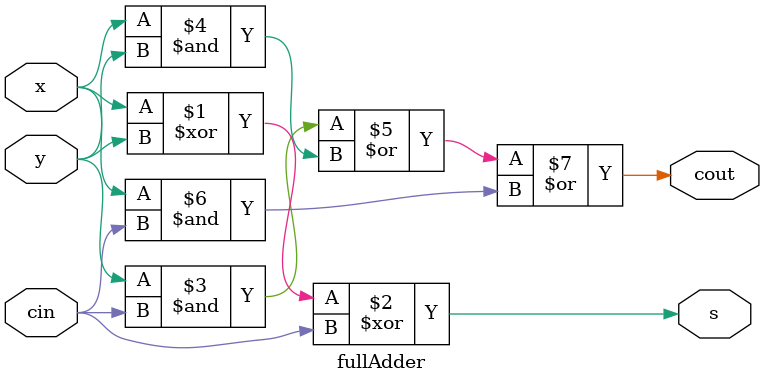
<source format=v>
module full_adder_64 (
    a,
    b,
    cin,
    s,
    cout
);
  parameter integer N = 64;
  input [N-1:0] a, b;
  input cin;
  output [N-1:0] s;
  output cout;
  wire [N:0] carry;
  genvar i;
  generate
    assign carry[0] = cin;
    for (i = 0; i < N; i = i + 1) begin : generate_N_bit_Adder
      fullAdder f (
          a[i],
          b[i],
          carry[i],
          s[i],
          carry[i+1]
      );
    end
    assign cout = carry[N];
  endgenerate
endmodule

// Verilog code for full adder 
module fullAdder (
    x,
    y,
    cin,
    s,
    cout
);
  input x, y, cin;
  output s, cout;
  assign s = (x ^ y) ^ cin;
  assign cout = (y & cin) | (x & y) | (x & cin);
endmodule  // full_adder

</source>
